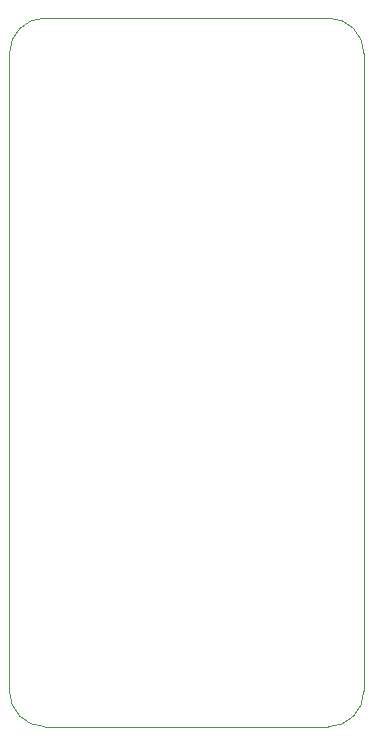
<source format=gm1>
%TF.GenerationSoftware,KiCad,Pcbnew,(7.0.0)*%
%TF.CreationDate,2023-06-05T19:21:43+01:00*%
%TF.ProjectId,Chad,43686164-2e6b-4696-9361-645f70636258,rev?*%
%TF.SameCoordinates,Original*%
%TF.FileFunction,Profile,NP*%
%FSLAX46Y46*%
G04 Gerber Fmt 4.6, Leading zero omitted, Abs format (unit mm)*
G04 Created by KiCad (PCBNEW (7.0.0)) date 2023-06-05 19:21:43*
%MOMM*%
%LPD*%
G01*
G04 APERTURE LIST*
%TA.AperFunction,Profile*%
%ADD10C,0.100000*%
%TD*%
G04 APERTURE END LIST*
D10*
X35000000Y-42090000D02*
G75*
G03*
X32000000Y-45090000I0J-3000000D01*
G01*
X59000000Y-42090000D02*
X35000000Y-42090000D01*
X35000000Y-102090000D02*
X59000000Y-102090000D01*
X62000000Y-45090000D02*
G75*
G03*
X59000000Y-42090000I-3000000J0D01*
G01*
X59000000Y-102090000D02*
G75*
G03*
X62000000Y-99090000I0J3000000D01*
G01*
X32000000Y-45090000D02*
X32000000Y-99090000D01*
X32000000Y-99090000D02*
G75*
G03*
X35000000Y-102090000I3000000J0D01*
G01*
X62000000Y-99090000D02*
X62000000Y-45090000D01*
M02*

</source>
